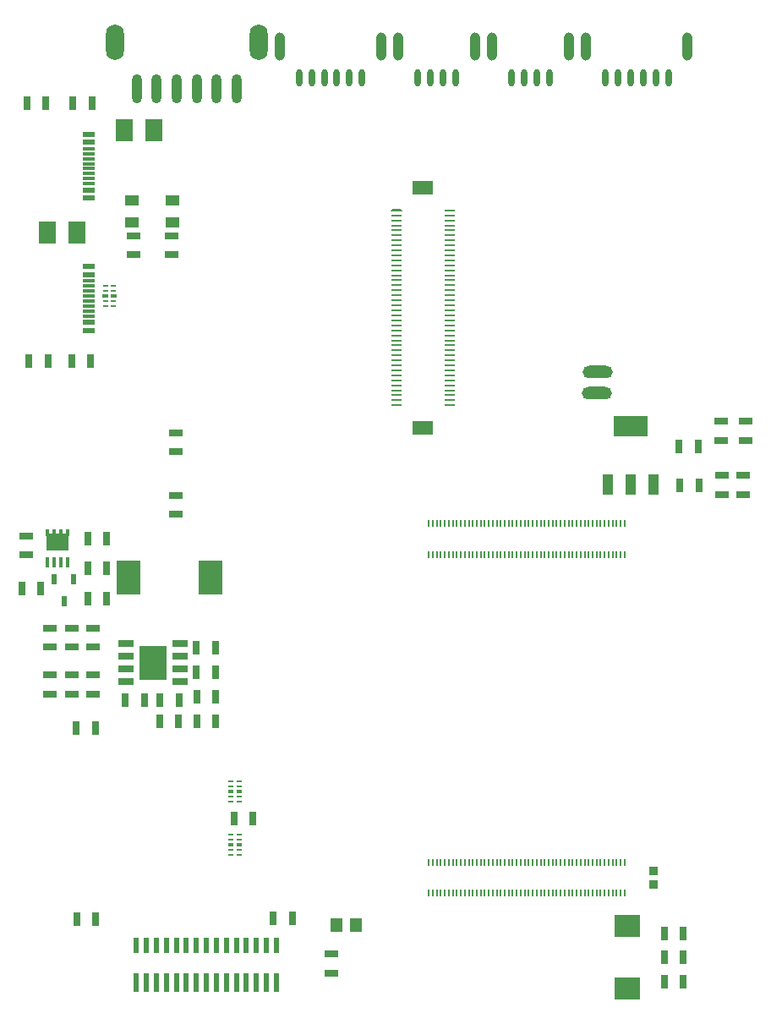
<source format=gtp>
G04*
G04 #@! TF.GenerationSoftware,Altium Limited,Altium Designer,23.4.1 (23)*
G04*
G04 Layer_Color=8421504*
%FSLAX44Y44*%
%MOMM*%
G71*
G04*
G04 #@! TF.SameCoordinates,A498DFDA-0769-4059-8707-A0DE4882B552*
G04*
G04*
G04 #@! TF.FilePolarity,Positive*
G04*
G01*
G75*
%ADD22R,1.4500X0.7000*%
%ADD23R,1.4501X1.0000*%
G04:AMPARAMS|DCode=24|XSize=1.016mm|YSize=2.921mm|CornerRadius=0.508mm|HoleSize=0mm|Usage=FLASHONLY|Rotation=180.000|XOffset=0mm|YOffset=0mm|HoleType=Round|Shape=RoundedRectangle|*
%AMROUNDEDRECTD24*
21,1,1.0160,1.9050,0,0,180.0*
21,1,0.0000,2.9210,0,0,180.0*
1,1,1.0160,0.0000,0.9525*
1,1,1.0160,0.0000,0.9525*
1,1,1.0160,0.0000,-0.9525*
1,1,1.0160,0.0000,-0.9525*
%
%ADD24ROUNDEDRECTD24*%
G04:AMPARAMS|DCode=25|XSize=3.6068mm|YSize=1.8034mm|CornerRadius=0.9017mm|HoleSize=0mm|Usage=FLASHONLY|Rotation=270.000|XOffset=0mm|YOffset=0mm|HoleType=Round|Shape=RoundedRectangle|*
%AMROUNDEDRECTD25*
21,1,3.6068,0.0000,0,0,270.0*
21,1,1.8034,1.8034,0,0,270.0*
1,1,1.8034,0.0000,-0.9017*
1,1,1.8034,0.0000,0.9017*
1,1,1.8034,0.0000,0.9017*
1,1,1.8034,0.0000,-0.9017*
%
%ADD25ROUNDEDRECTD25*%
%ADD26R,0.2000X0.7000*%
G04:AMPARAMS|DCode=27|XSize=0.254mm|YSize=1.1176mm|CornerRadius=0.127mm|HoleSize=0mm|Usage=FLASHONLY|Rotation=90.000|XOffset=0mm|YOffset=0mm|HoleType=Round|Shape=RoundedRectangle|*
%AMROUNDEDRECTD27*
21,1,0.2540,0.8636,0,0,90.0*
21,1,0.0000,1.1176,0,0,90.0*
1,1,0.2540,0.4318,0.0000*
1,1,0.2540,0.4318,0.0000*
1,1,0.2540,-0.4318,0.0000*
1,1,0.2540,-0.4318,0.0000*
%
%ADD27ROUNDEDRECTD27*%
%ADD28R,1.1176X0.2540*%
%ADD29R,2.1082X1.4224*%
%ADD30R,1.5250X0.6500*%
%ADD31R,2.7100X3.3500*%
G04:AMPARAMS|DCode=32|XSize=0.565mm|YSize=0.2mm|CornerRadius=0.05mm|HoleSize=0mm|Usage=FLASHONLY|Rotation=180.000|XOffset=0mm|YOffset=0mm|HoleType=Round|Shape=RoundedRectangle|*
%AMROUNDEDRECTD32*
21,1,0.5650,0.1000,0,0,180.0*
21,1,0.4650,0.2000,0,0,180.0*
1,1,0.1000,-0.2325,0.0500*
1,1,0.1000,0.2325,0.0500*
1,1,0.1000,0.2325,-0.0500*
1,1,0.1000,-0.2325,-0.0500*
%
%ADD32ROUNDEDRECTD32*%
%ADD33R,1.1500X0.6000*%
%ADD34R,1.1500X0.3000*%
%ADD35R,1.2850X1.4700*%
%ADD36R,1.8000X2.2300*%
%ADD37R,0.6000X1.1000*%
%ADD38R,0.4050X0.7600*%
%ADD39R,2.2350X1.7250*%
%ADD40R,0.4050X0.9900*%
G04:AMPARAMS|DCode=41|XSize=3.0226mm|YSize=1.27mm|CornerRadius=0.635mm|HoleSize=0mm|Usage=FLASHONLY|Rotation=0.000|XOffset=0mm|YOffset=0mm|HoleType=Round|Shape=RoundedRectangle|*
%AMROUNDEDRECTD41*
21,1,3.0226,0.0000,0,0,0.0*
21,1,1.7526,1.2700,0,0,0.0*
1,1,1.2700,0.8763,0.0000*
1,1,1.2700,-0.8763,0.0000*
1,1,1.2700,-0.8763,0.0000*
1,1,1.2700,0.8763,0.0000*
%
%ADD41ROUNDEDRECTD41*%
%ADD42R,2.5200X2.3100*%
%ADD43R,0.7000X1.4500*%
%ADD44R,2.4000X3.4000*%
G04:AMPARAMS|DCode=45|XSize=2.8194mm|YSize=1.016mm|CornerRadius=0.508mm|HoleSize=0mm|Usage=FLASHONLY|Rotation=270.000|XOffset=0mm|YOffset=0mm|HoleType=Round|Shape=RoundedRectangle|*
%AMROUNDEDRECTD45*
21,1,2.8194,0.0000,0,0,270.0*
21,1,1.8034,1.0160,0,0,270.0*
1,1,1.0160,0.0000,-0.9017*
1,1,1.0160,0.0000,0.9017*
1,1,1.0160,0.0000,0.9017*
1,1,1.0160,0.0000,-0.9017*
%
%ADD45ROUNDEDRECTD45*%
G04:AMPARAMS|DCode=46|XSize=0.6096mm|YSize=1.7018mm|CornerRadius=0.3048mm|HoleSize=0mm|Usage=FLASHONLY|Rotation=180.000|XOffset=0mm|YOffset=0mm|HoleType=Round|Shape=RoundedRectangle|*
%AMROUNDEDRECTD46*
21,1,0.6096,1.0922,0,0,180.0*
21,1,0.0000,1.7018,0,0,180.0*
1,1,0.6096,0.0000,0.5461*
1,1,0.6096,0.0000,0.5461*
1,1,0.6096,0.0000,-0.5461*
1,1,0.6096,0.0000,-0.5461*
%
%ADD46ROUNDEDRECTD46*%
%ADD47R,0.6000X1.8500*%
%ADD48R,0.6000X1.6500*%
%ADD49R,0.9500X0.8500*%
%ADD50R,3.3500X2.1500*%
%ADD51R,1.0000X2.1500*%
G36*
X151979Y764378D02*
X151999D01*
X152029Y764368D01*
X152049D01*
X152079Y764358D01*
X152099Y764348D01*
X152129Y764338D01*
X152149Y764318D01*
X152169Y764308D01*
X152189Y764288D01*
X152209Y764278D01*
X152229Y764258D01*
X152249Y764238D01*
X152269Y764218D01*
X152289Y764198D01*
X152299Y764178D01*
X152319Y764158D01*
X152329Y764138D01*
X152349Y764118D01*
X152359Y764088D01*
X152369Y764068D01*
X152379Y764038D01*
Y764018D01*
X152389Y763988D01*
Y763968D01*
X152399Y763938D01*
Y763918D01*
Y763888D01*
Y761288D01*
Y761258D01*
Y761238D01*
X152389Y761208D01*
Y761188D01*
X152379Y761158D01*
Y761138D01*
X152369Y761108D01*
X152359Y761088D01*
X152349Y761058D01*
X152329Y761038D01*
X152319Y761018D01*
X152299Y760998D01*
X152289Y760978D01*
X152269Y760958D01*
X152249Y760938D01*
X152229Y760918D01*
X152209Y760898D01*
X152189Y760888D01*
X152169Y760868D01*
X152149Y760858D01*
X152129Y760838D01*
X152099Y760828D01*
X152079Y760818D01*
X152049Y760808D01*
X152029D01*
X151999Y760798D01*
X151979D01*
X151949Y760788D01*
X147179D01*
X147149Y760798D01*
X147129D01*
X147099Y760808D01*
X147079D01*
X147049Y760818D01*
X147029Y760828D01*
X147009Y760838D01*
X146989Y760848D01*
X146969Y760868D01*
X146949Y760878D01*
X146929Y760898D01*
X146909Y760908D01*
X146889Y760928D01*
X146869Y760948D01*
X146859Y760968D01*
X146839Y760988D01*
X146829Y761008D01*
X146809Y761028D01*
X146799Y761048D01*
X146789Y761068D01*
X146779Y761088D01*
X146769Y761118D01*
Y761138D01*
X146759Y761168D01*
Y761188D01*
X146749Y761218D01*
Y761238D01*
Y761258D01*
Y763888D01*
Y763918D01*
Y763938D01*
X146759Y763968D01*
Y763988D01*
X146769Y764018D01*
Y764038D01*
X146779Y764068D01*
X146789Y764088D01*
X146799Y764118D01*
X146819Y764138D01*
X146829Y764158D01*
X146849Y764178D01*
X146859Y764198D01*
X146879Y764218D01*
X146899Y764238D01*
X146919Y764258D01*
X146939Y764278D01*
X146959Y764288D01*
X146979Y764308D01*
X146999Y764318D01*
X147019Y764338D01*
X147049Y764348D01*
X147069Y764358D01*
X147099Y764368D01*
X147119D01*
X147149Y764378D01*
X147169D01*
X147199Y764388D01*
X151949D01*
X151979Y764378D01*
D02*
G37*
G36*
X143629D02*
X143649D01*
X143679Y764368D01*
X143699D01*
X143729Y764358D01*
X143749Y764348D01*
X143779Y764338D01*
X143799Y764318D01*
X143819Y764308D01*
X143839Y764288D01*
X143859Y764278D01*
X143879Y764258D01*
X143899Y764238D01*
X143919Y764218D01*
X143939Y764198D01*
X143949Y764178D01*
X143969Y764158D01*
X143979Y764138D01*
X143999Y764118D01*
X144009Y764088D01*
X144019Y764068D01*
X144029Y764038D01*
Y764018D01*
X144039Y763988D01*
Y763968D01*
X144049Y763938D01*
Y763918D01*
Y763888D01*
Y761288D01*
Y761258D01*
Y761238D01*
X144039Y761208D01*
Y761188D01*
X144029Y761158D01*
Y761138D01*
X144019Y761108D01*
X144009Y761088D01*
X143999Y761058D01*
X143979Y761038D01*
X143969Y761018D01*
X143949Y760998D01*
X143939Y760978D01*
X143919Y760958D01*
X143899Y760938D01*
X143879Y760918D01*
X143859Y760898D01*
X143839Y760888D01*
X143819Y760868D01*
X143799Y760858D01*
X143779Y760838D01*
X143749Y760828D01*
X143729Y760818D01*
X143699Y760808D01*
X143679D01*
X143649Y760798D01*
X143629D01*
X143599Y760788D01*
X138829D01*
X138799Y760798D01*
X138779D01*
X138749Y760808D01*
X138729D01*
X138699Y760818D01*
X138679Y760828D01*
X138659Y760838D01*
X138639Y760848D01*
X138619Y760868D01*
X138599Y760878D01*
X138579Y760898D01*
X138559Y760908D01*
X138539Y760928D01*
X138519Y760948D01*
X138509Y760968D01*
X138489Y760988D01*
X138479Y761008D01*
X138459Y761028D01*
X138449Y761048D01*
X138439Y761068D01*
X138429Y761088D01*
X138419Y761118D01*
Y761138D01*
X138409Y761168D01*
Y761188D01*
X138399Y761218D01*
Y761238D01*
Y761258D01*
Y763888D01*
Y763918D01*
Y763938D01*
X138409Y763968D01*
Y763988D01*
X138419Y764018D01*
Y764038D01*
X138429Y764068D01*
X138439Y764088D01*
X138449Y764118D01*
X138469Y764138D01*
X138479Y764158D01*
X138499Y764178D01*
X138509Y764198D01*
X138529Y764218D01*
X138549Y764238D01*
X138569Y764258D01*
X138589Y764278D01*
X138609Y764288D01*
X138629Y764308D01*
X138649Y764318D01*
X138669Y764338D01*
X138699Y764348D01*
X138719Y764358D01*
X138749Y764368D01*
X138769D01*
X138799Y764378D01*
X138819D01*
X138849Y764388D01*
X143599D01*
X143629Y764378D01*
D02*
G37*
G36*
X277734Y268029D02*
X277754D01*
X277784Y268019D01*
X277804D01*
X277834Y268009D01*
X277854Y267999D01*
X277884Y267989D01*
X277904Y267969D01*
X277924Y267959D01*
X277944Y267939D01*
X277964Y267929D01*
X277984Y267909D01*
X278004Y267889D01*
X278024Y267869D01*
X278044Y267849D01*
X278054Y267829D01*
X278074Y267809D01*
X278084Y267789D01*
X278104Y267769D01*
X278114Y267739D01*
X278124Y267719D01*
X278134Y267689D01*
Y267669D01*
X278144Y267639D01*
Y267619D01*
X278154Y267589D01*
Y267569D01*
Y267539D01*
Y264939D01*
Y264909D01*
Y264889D01*
X278144Y264859D01*
Y264839D01*
X278134Y264809D01*
Y264789D01*
X278124Y264759D01*
X278114Y264739D01*
X278104Y264709D01*
X278084Y264689D01*
X278074Y264669D01*
X278054Y264649D01*
X278044Y264629D01*
X278024Y264609D01*
X278004Y264589D01*
X277984Y264569D01*
X277964Y264549D01*
X277944Y264539D01*
X277924Y264519D01*
X277904Y264509D01*
X277884Y264489D01*
X277854Y264479D01*
X277834Y264469D01*
X277804Y264459D01*
X277784D01*
X277754Y264449D01*
X277734D01*
X277704Y264439D01*
X272934D01*
X272904Y264449D01*
X272884D01*
X272854Y264459D01*
X272834D01*
X272804Y264469D01*
X272784Y264479D01*
X272764Y264489D01*
X272744Y264499D01*
X272724Y264519D01*
X272704Y264529D01*
X272684Y264549D01*
X272664Y264559D01*
X272644Y264579D01*
X272624Y264599D01*
X272614Y264619D01*
X272594Y264639D01*
X272584Y264659D01*
X272564Y264679D01*
X272554Y264699D01*
X272544Y264719D01*
X272534Y264739D01*
X272524Y264769D01*
Y264789D01*
X272514Y264819D01*
Y264839D01*
X272504Y264869D01*
Y264889D01*
Y264909D01*
Y267539D01*
Y267569D01*
Y267589D01*
X272514Y267619D01*
Y267639D01*
X272524Y267669D01*
Y267689D01*
X272534Y267719D01*
X272544Y267739D01*
X272554Y267769D01*
X272574Y267789D01*
X272584Y267809D01*
X272604Y267829D01*
X272614Y267849D01*
X272634Y267869D01*
X272654Y267889D01*
X272674Y267909D01*
X272694Y267929D01*
X272714Y267939D01*
X272734Y267959D01*
X272754Y267969D01*
X272774Y267989D01*
X272804Y267999D01*
X272824Y268009D01*
X272854Y268019D01*
X272874D01*
X272904Y268029D01*
X272924D01*
X272954Y268039D01*
X277704D01*
X277734Y268029D01*
D02*
G37*
G36*
X269384D02*
X269404D01*
X269434Y268019D01*
X269454D01*
X269484Y268009D01*
X269504Y267999D01*
X269534Y267989D01*
X269554Y267969D01*
X269574Y267959D01*
X269594Y267939D01*
X269614Y267929D01*
X269634Y267909D01*
X269654Y267889D01*
X269674Y267869D01*
X269694Y267849D01*
X269704Y267829D01*
X269724Y267809D01*
X269734Y267789D01*
X269754Y267769D01*
X269764Y267739D01*
X269774Y267719D01*
X269784Y267689D01*
Y267669D01*
X269794Y267639D01*
Y267619D01*
X269804Y267589D01*
Y267569D01*
Y267539D01*
Y264939D01*
Y264909D01*
Y264889D01*
X269794Y264859D01*
Y264839D01*
X269784Y264809D01*
Y264789D01*
X269774Y264759D01*
X269764Y264739D01*
X269754Y264709D01*
X269734Y264689D01*
X269724Y264669D01*
X269704Y264649D01*
X269694Y264629D01*
X269674Y264609D01*
X269654Y264589D01*
X269634Y264569D01*
X269614Y264549D01*
X269594Y264539D01*
X269574Y264519D01*
X269554Y264509D01*
X269534Y264489D01*
X269504Y264479D01*
X269484Y264469D01*
X269454Y264459D01*
X269434D01*
X269404Y264449D01*
X269384D01*
X269354Y264439D01*
X264584D01*
X264554Y264449D01*
X264534D01*
X264504Y264459D01*
X264484D01*
X264454Y264469D01*
X264434Y264479D01*
X264414Y264489D01*
X264394Y264499D01*
X264374Y264519D01*
X264354Y264529D01*
X264334Y264549D01*
X264314Y264559D01*
X264294Y264579D01*
X264274Y264599D01*
X264264Y264619D01*
X264244Y264639D01*
X264234Y264659D01*
X264214Y264679D01*
X264204Y264699D01*
X264194Y264719D01*
X264184Y264739D01*
X264174Y264769D01*
Y264789D01*
X264164Y264819D01*
Y264839D01*
X264154Y264869D01*
Y264889D01*
Y264909D01*
Y267539D01*
Y267569D01*
Y267589D01*
X264164Y267619D01*
Y267639D01*
X264174Y267669D01*
Y267689D01*
X264184Y267719D01*
X264194Y267739D01*
X264204Y267769D01*
X264224Y267789D01*
X264234Y267809D01*
X264254Y267829D01*
X264264Y267849D01*
X264284Y267869D01*
X264304Y267889D01*
X264324Y267909D01*
X264344Y267929D01*
X264364Y267939D01*
X264384Y267959D01*
X264404Y267969D01*
X264424Y267989D01*
X264454Y267999D01*
X264474Y268009D01*
X264504Y268019D01*
X264524D01*
X264554Y268029D01*
X264574D01*
X264604Y268039D01*
X269354D01*
X269384Y268029D01*
D02*
G37*
G36*
X277734Y214729D02*
X277754D01*
X277784Y214719D01*
X277804D01*
X277834Y214709D01*
X277854Y214699D01*
X277884Y214689D01*
X277904Y214669D01*
X277924Y214659D01*
X277944Y214639D01*
X277964Y214629D01*
X277984Y214609D01*
X278004Y214589D01*
X278024Y214569D01*
X278044Y214549D01*
X278054Y214529D01*
X278074Y214509D01*
X278084Y214489D01*
X278104Y214469D01*
X278114Y214439D01*
X278124Y214419D01*
X278134Y214389D01*
Y214369D01*
X278144Y214339D01*
Y214319D01*
X278154Y214289D01*
Y214269D01*
Y214239D01*
Y211639D01*
Y211609D01*
Y211589D01*
X278144Y211559D01*
Y211539D01*
X278134Y211509D01*
Y211489D01*
X278124Y211459D01*
X278114Y211439D01*
X278104Y211409D01*
X278084Y211389D01*
X278074Y211369D01*
X278054Y211349D01*
X278044Y211329D01*
X278024Y211309D01*
X278004Y211289D01*
X277984Y211269D01*
X277964Y211249D01*
X277944Y211239D01*
X277924Y211219D01*
X277904Y211209D01*
X277884Y211189D01*
X277854Y211179D01*
X277834Y211169D01*
X277804Y211159D01*
X277784D01*
X277754Y211149D01*
X277734D01*
X277704Y211139D01*
X272934D01*
X272904Y211149D01*
X272884D01*
X272854Y211159D01*
X272834D01*
X272804Y211169D01*
X272784Y211179D01*
X272764Y211189D01*
X272744Y211199D01*
X272724Y211219D01*
X272704Y211229D01*
X272684Y211249D01*
X272664Y211259D01*
X272644Y211279D01*
X272624Y211299D01*
X272614Y211319D01*
X272594Y211339D01*
X272584Y211359D01*
X272564Y211379D01*
X272554Y211399D01*
X272544Y211419D01*
X272534Y211439D01*
X272524Y211469D01*
Y211489D01*
X272514Y211519D01*
Y211539D01*
X272504Y211569D01*
Y211589D01*
Y211609D01*
Y214239D01*
Y214269D01*
Y214289D01*
X272514Y214319D01*
Y214339D01*
X272524Y214369D01*
Y214389D01*
X272534Y214419D01*
X272544Y214439D01*
X272554Y214469D01*
X272574Y214489D01*
X272584Y214509D01*
X272604Y214529D01*
X272614Y214549D01*
X272634Y214569D01*
X272654Y214589D01*
X272674Y214609D01*
X272694Y214629D01*
X272714Y214639D01*
X272734Y214659D01*
X272754Y214669D01*
X272774Y214689D01*
X272804Y214699D01*
X272824Y214709D01*
X272854Y214719D01*
X272874D01*
X272904Y214729D01*
X272924D01*
X272954Y214739D01*
X277704D01*
X277734Y214729D01*
D02*
G37*
G36*
X269384D02*
X269404D01*
X269434Y214719D01*
X269454D01*
X269484Y214709D01*
X269504Y214699D01*
X269534Y214689D01*
X269554Y214669D01*
X269574Y214659D01*
X269594Y214639D01*
X269614Y214629D01*
X269634Y214609D01*
X269654Y214589D01*
X269674Y214569D01*
X269694Y214549D01*
X269704Y214529D01*
X269724Y214509D01*
X269734Y214489D01*
X269754Y214469D01*
X269764Y214439D01*
X269774Y214419D01*
X269784Y214389D01*
Y214369D01*
X269794Y214339D01*
Y214319D01*
X269804Y214289D01*
Y214269D01*
Y214239D01*
Y211639D01*
Y211609D01*
Y211589D01*
X269794Y211559D01*
Y211539D01*
X269784Y211509D01*
Y211489D01*
X269774Y211459D01*
X269764Y211439D01*
X269754Y211409D01*
X269734Y211389D01*
X269724Y211369D01*
X269704Y211349D01*
X269694Y211329D01*
X269674Y211309D01*
X269654Y211289D01*
X269634Y211269D01*
X269614Y211249D01*
X269594Y211239D01*
X269574Y211219D01*
X269554Y211209D01*
X269534Y211189D01*
X269504Y211179D01*
X269484Y211169D01*
X269454Y211159D01*
X269434D01*
X269404Y211149D01*
X269384D01*
X269354Y211139D01*
X264584D01*
X264554Y211149D01*
X264534D01*
X264504Y211159D01*
X264484D01*
X264454Y211169D01*
X264434Y211179D01*
X264414Y211189D01*
X264394Y211199D01*
X264374Y211219D01*
X264354Y211229D01*
X264334Y211249D01*
X264314Y211259D01*
X264294Y211279D01*
X264274Y211299D01*
X264264Y211319D01*
X264244Y211339D01*
X264234Y211359D01*
X264214Y211379D01*
X264204Y211399D01*
X264194Y211419D01*
X264184Y211439D01*
X264174Y211469D01*
Y211489D01*
X264164Y211519D01*
Y211539D01*
X264154Y211569D01*
Y211589D01*
Y211609D01*
Y214239D01*
Y214269D01*
Y214289D01*
X264164Y214319D01*
Y214339D01*
X264174Y214369D01*
Y214389D01*
X264184Y214419D01*
X264194Y214439D01*
X264204Y214469D01*
X264224Y214489D01*
X264234Y214509D01*
X264254Y214529D01*
X264264Y214549D01*
X264284Y214569D01*
X264304Y214589D01*
X264324Y214609D01*
X264344Y214629D01*
X264364Y214639D01*
X264384Y214659D01*
X264404Y214669D01*
X264424Y214689D01*
X264454Y214699D01*
X264474Y214709D01*
X264504Y214719D01*
X264524D01*
X264554Y214729D01*
X264574D01*
X264604Y214739D01*
X269354D01*
X269384Y214729D01*
D02*
G37*
D22*
X86031Y429800D02*
D03*
Y410800D02*
D03*
X207585Y822963D02*
D03*
Y803963D02*
D03*
X758052Y617914D02*
D03*
Y636914D02*
D03*
X782441Y618141D02*
D03*
Y637141D02*
D03*
X780167Y563871D02*
D03*
Y582871D02*
D03*
X758644D02*
D03*
Y563871D02*
D03*
X169291Y803963D02*
D03*
Y822963D02*
D03*
X368046Y84632D02*
D03*
Y103632D02*
D03*
X211612Y606636D02*
D03*
Y625636D02*
D03*
X61983Y503207D02*
D03*
Y522207D02*
D03*
X129178Y410800D02*
D03*
Y429800D02*
D03*
X107605Y410800D02*
D03*
Y429800D02*
D03*
Y382861D02*
D03*
Y363861D02*
D03*
X86031Y382861D02*
D03*
Y363861D02*
D03*
X129178Y382861D02*
D03*
Y363861D02*
D03*
X211612Y544114D02*
D03*
Y563114D02*
D03*
D23*
X168130Y836580D02*
D03*
Y858579D02*
D03*
X208630Y836580D02*
D03*
Y858579D02*
D03*
D24*
X172631Y969962D02*
D03*
X192631D02*
D03*
X212631D02*
D03*
X232791D02*
D03*
X252857D02*
D03*
X272669D02*
D03*
D25*
X150631Y1016462D02*
D03*
X294767D02*
D03*
D26*
X661245Y534716D02*
D03*
Y503916D02*
D03*
X657245Y534716D02*
D03*
Y503916D02*
D03*
X653245Y534716D02*
D03*
Y503916D02*
D03*
X649245Y534716D02*
D03*
Y503916D02*
D03*
X645245Y534716D02*
D03*
Y503916D02*
D03*
X641245Y534716D02*
D03*
Y503916D02*
D03*
X637245Y534716D02*
D03*
Y503916D02*
D03*
X633245Y534716D02*
D03*
Y503916D02*
D03*
X629245Y534716D02*
D03*
Y503916D02*
D03*
X625245Y534716D02*
D03*
Y503916D02*
D03*
X621245Y534716D02*
D03*
Y503916D02*
D03*
X617245Y534716D02*
D03*
Y503916D02*
D03*
X613245Y534716D02*
D03*
Y503916D02*
D03*
X609245Y534716D02*
D03*
Y503916D02*
D03*
X605245Y534716D02*
D03*
Y503916D02*
D03*
X601245Y534716D02*
D03*
Y503916D02*
D03*
X597245Y534716D02*
D03*
Y503916D02*
D03*
X593245Y534716D02*
D03*
Y503916D02*
D03*
X589245Y534716D02*
D03*
Y503916D02*
D03*
X585245Y534716D02*
D03*
Y503916D02*
D03*
X581245Y534716D02*
D03*
Y503916D02*
D03*
X577245Y534716D02*
D03*
Y503916D02*
D03*
X573245Y534716D02*
D03*
Y503916D02*
D03*
X569245Y534716D02*
D03*
Y503916D02*
D03*
X565245Y534716D02*
D03*
Y503916D02*
D03*
X561245Y534716D02*
D03*
Y503916D02*
D03*
X557245Y534716D02*
D03*
Y503916D02*
D03*
X553245Y534716D02*
D03*
Y503916D02*
D03*
X549245Y534716D02*
D03*
Y503916D02*
D03*
X545245Y534716D02*
D03*
Y503916D02*
D03*
X541245Y534716D02*
D03*
Y503916D02*
D03*
X537245Y534716D02*
D03*
Y503916D02*
D03*
X533245Y534716D02*
D03*
Y503916D02*
D03*
X529245Y534716D02*
D03*
Y503916D02*
D03*
X525245Y534716D02*
D03*
Y503916D02*
D03*
X521245Y534716D02*
D03*
Y503916D02*
D03*
X517245Y534716D02*
D03*
Y503916D02*
D03*
X513245Y534716D02*
D03*
Y503916D02*
D03*
X509245Y534716D02*
D03*
Y503916D02*
D03*
X505245Y534716D02*
D03*
Y503916D02*
D03*
X501245Y534716D02*
D03*
Y503916D02*
D03*
X497245Y534716D02*
D03*
Y503916D02*
D03*
X493245Y534716D02*
D03*
Y503916D02*
D03*
X489245Y534716D02*
D03*
Y503916D02*
D03*
X485245Y534716D02*
D03*
Y503916D02*
D03*
X481245Y534716D02*
D03*
Y503916D02*
D03*
X477245Y534716D02*
D03*
Y503916D02*
D03*
X473245Y534716D02*
D03*
Y503916D02*
D03*
X469245Y534716D02*
D03*
Y503916D02*
D03*
X465245Y534716D02*
D03*
Y503916D02*
D03*
X661245Y195516D02*
D03*
Y164716D02*
D03*
X657245Y195516D02*
D03*
Y164716D02*
D03*
X653245Y195516D02*
D03*
Y164716D02*
D03*
X649245Y195516D02*
D03*
Y164716D02*
D03*
X645245Y195516D02*
D03*
Y164716D02*
D03*
X641245Y195516D02*
D03*
Y164716D02*
D03*
X637245Y195516D02*
D03*
Y164716D02*
D03*
X633245Y195516D02*
D03*
Y164716D02*
D03*
X629245Y195516D02*
D03*
Y164716D02*
D03*
X625245Y195516D02*
D03*
Y164716D02*
D03*
X621245Y195516D02*
D03*
Y164716D02*
D03*
X617245Y195516D02*
D03*
Y164716D02*
D03*
X613245Y195516D02*
D03*
Y164716D02*
D03*
X609245Y195516D02*
D03*
Y164716D02*
D03*
X605245Y195516D02*
D03*
Y164716D02*
D03*
X601245Y195516D02*
D03*
Y164716D02*
D03*
X597245Y195516D02*
D03*
Y164716D02*
D03*
X593245Y195516D02*
D03*
Y164716D02*
D03*
X589245Y195516D02*
D03*
Y164716D02*
D03*
X585245Y195516D02*
D03*
Y164716D02*
D03*
X581245Y195516D02*
D03*
Y164716D02*
D03*
X577245Y195516D02*
D03*
Y164716D02*
D03*
X573245Y195516D02*
D03*
Y164716D02*
D03*
X569245Y195516D02*
D03*
Y164716D02*
D03*
X565245Y195516D02*
D03*
Y164716D02*
D03*
X561245Y195516D02*
D03*
Y164716D02*
D03*
X557245Y195516D02*
D03*
Y164716D02*
D03*
X553245Y195516D02*
D03*
Y164716D02*
D03*
X549245Y195516D02*
D03*
Y164716D02*
D03*
X545245Y195516D02*
D03*
Y164716D02*
D03*
X541245Y195516D02*
D03*
Y164716D02*
D03*
X537245Y195516D02*
D03*
Y164716D02*
D03*
X533245Y195516D02*
D03*
Y164716D02*
D03*
X529245Y195516D02*
D03*
Y164716D02*
D03*
X525245Y195516D02*
D03*
Y164716D02*
D03*
X521245Y195516D02*
D03*
Y164716D02*
D03*
X517245Y195516D02*
D03*
Y164716D02*
D03*
X513245Y195516D02*
D03*
Y164716D02*
D03*
X509245Y195516D02*
D03*
Y164716D02*
D03*
X505245Y195516D02*
D03*
Y164716D02*
D03*
X501245Y195516D02*
D03*
Y164716D02*
D03*
X497245Y195516D02*
D03*
Y164716D02*
D03*
X493245Y195516D02*
D03*
Y164716D02*
D03*
X489245Y195516D02*
D03*
Y164716D02*
D03*
X485245Y195516D02*
D03*
Y164716D02*
D03*
X481245Y195516D02*
D03*
Y164716D02*
D03*
X477245Y195516D02*
D03*
Y164716D02*
D03*
X473245Y195516D02*
D03*
Y164716D02*
D03*
X469245Y195516D02*
D03*
Y164716D02*
D03*
X465245Y195516D02*
D03*
Y164716D02*
D03*
D27*
X432681Y848141D02*
D03*
D28*
Y843315D02*
D03*
Y838235D02*
D03*
Y833155D02*
D03*
Y828329D02*
D03*
Y823249D02*
D03*
Y818169D02*
D03*
Y813343D02*
D03*
Y808263D02*
D03*
Y803183D02*
D03*
Y798357D02*
D03*
Y793277D02*
D03*
Y788197D02*
D03*
Y783117D02*
D03*
Y778291D02*
D03*
Y773211D02*
D03*
Y768131D02*
D03*
Y763305D02*
D03*
Y758225D02*
D03*
Y753145D02*
D03*
Y748105D02*
D03*
Y743105D02*
D03*
Y738105D02*
D03*
Y733105D02*
D03*
Y728105D02*
D03*
Y723105D02*
D03*
Y718105D02*
D03*
Y713105D02*
D03*
Y708105D02*
D03*
Y703105D02*
D03*
X485850Y848141D02*
D03*
Y843315D02*
D03*
Y838235D02*
D03*
Y833155D02*
D03*
Y828329D02*
D03*
Y823249D02*
D03*
Y818169D02*
D03*
Y813343D02*
D03*
Y808263D02*
D03*
Y803183D02*
D03*
Y798357D02*
D03*
Y793277D02*
D03*
Y788197D02*
D03*
Y783117D02*
D03*
Y778291D02*
D03*
Y773211D02*
D03*
Y768131D02*
D03*
Y763305D02*
D03*
Y758225D02*
D03*
Y753145D02*
D03*
Y748105D02*
D03*
Y743105D02*
D03*
Y738105D02*
D03*
Y733105D02*
D03*
Y728105D02*
D03*
Y723105D02*
D03*
Y718105D02*
D03*
Y713105D02*
D03*
Y708105D02*
D03*
Y703105D02*
D03*
X432681Y698105D02*
D03*
X485850D02*
D03*
X432681Y693105D02*
D03*
X485850D02*
D03*
X432681Y688105D02*
D03*
X485850D02*
D03*
X432681Y683105D02*
D03*
X485850D02*
D03*
X432681Y678105D02*
D03*
X485850D02*
D03*
X432681Y673105D02*
D03*
X485850D02*
D03*
X432681Y668105D02*
D03*
X485850D02*
D03*
X432681Y663105D02*
D03*
X485850D02*
D03*
X432681Y658105D02*
D03*
X485850D02*
D03*
X432681Y653105D02*
D03*
X485850D02*
D03*
D29*
X459351Y630605D02*
D03*
Y870747D02*
D03*
D30*
X162140Y414291D02*
D03*
Y401591D02*
D03*
Y388891D02*
D03*
Y376191D02*
D03*
X215900D02*
D03*
Y388891D02*
D03*
Y401591D02*
D03*
Y414291D02*
D03*
D31*
X189020Y395241D02*
D03*
D32*
X141224Y752588D02*
D03*
Y757588D02*
D03*
Y767588D02*
D03*
Y772588D02*
D03*
X149574D02*
D03*
Y767588D02*
D03*
Y757588D02*
D03*
Y752588D02*
D03*
X266979Y202939D02*
D03*
Y207939D02*
D03*
Y217939D02*
D03*
Y222939D02*
D03*
X275329D02*
D03*
Y217939D02*
D03*
Y207939D02*
D03*
Y202939D02*
D03*
X266979Y256239D02*
D03*
Y261239D02*
D03*
Y271239D02*
D03*
Y276239D02*
D03*
X275329D02*
D03*
Y271239D02*
D03*
Y261239D02*
D03*
Y256239D02*
D03*
D33*
X124253Y924529D02*
D03*
Y860529D02*
D03*
Y916529D02*
D03*
Y868529D02*
D03*
Y792118D02*
D03*
Y728118D02*
D03*
Y784118D02*
D03*
Y736118D02*
D03*
D34*
Y890029D02*
D03*
Y895029D02*
D03*
Y885029D02*
D03*
Y880029D02*
D03*
Y875029D02*
D03*
Y900029D02*
D03*
Y905029D02*
D03*
Y910029D02*
D03*
Y757618D02*
D03*
Y762618D02*
D03*
Y752618D02*
D03*
Y747618D02*
D03*
Y742618D02*
D03*
Y767618D02*
D03*
Y772618D02*
D03*
Y777618D02*
D03*
D35*
X373048Y132334D02*
D03*
X392508D02*
D03*
D36*
X83268Y826405D02*
D03*
X112468D02*
D03*
X189568Y928603D02*
D03*
X160368D02*
D03*
D37*
X109251Y478779D02*
D03*
X90252D02*
D03*
X99752Y456780D02*
D03*
D38*
X83510Y525907D02*
D03*
X90110D02*
D03*
X96710D02*
D03*
X103310D02*
D03*
D39*
X93410Y515982D02*
D03*
D40*
X103310Y496057D02*
D03*
X96710D02*
D03*
X90110D02*
D03*
X83510D02*
D03*
D41*
X634500Y686000D02*
D03*
X633500Y665174D02*
D03*
D42*
X663687Y131565D02*
D03*
Y69565D02*
D03*
D43*
X123553Y519339D02*
D03*
X142553D02*
D03*
Y489559D02*
D03*
X123553D02*
D03*
X251647Y361365D02*
D03*
X232647D02*
D03*
X232507Y385687D02*
D03*
X251507D02*
D03*
X215052Y358137D02*
D03*
X196052D02*
D03*
X131064Y329946D02*
D03*
X112064D02*
D03*
X112830Y138430D02*
D03*
X131830D02*
D03*
X83743Y697055D02*
D03*
X64743D02*
D03*
X126630D02*
D03*
X107630D02*
D03*
X108797Y955721D02*
D03*
X127797D02*
D03*
X62884D02*
D03*
X81884D02*
D03*
X309548Y139510D02*
D03*
X328548D02*
D03*
X57660Y469780D02*
D03*
X76660D02*
D03*
X123553Y459780D02*
D03*
X142553D02*
D03*
X251732Y337042D02*
D03*
X232732D02*
D03*
X701242Y124514D02*
D03*
X720242D02*
D03*
X701242Y100332D02*
D03*
X720242D02*
D03*
X701242Y76150D02*
D03*
X720242D02*
D03*
X214630Y336550D02*
D03*
X195630D02*
D03*
X161230Y358111D02*
D03*
X180230D02*
D03*
X251408Y410010D02*
D03*
X232408D02*
D03*
X716863Y572871D02*
D03*
X735863D02*
D03*
X715900Y611785D02*
D03*
X734900D02*
D03*
X289154Y239589D02*
D03*
X270154D02*
D03*
D44*
X164727Y481032D02*
D03*
X246728D02*
D03*
D45*
X417592Y1012595D02*
D03*
X316042D02*
D03*
X724415D02*
D03*
X622865D02*
D03*
X511486D02*
D03*
X434882D02*
D03*
X605384D02*
D03*
X528780D02*
D03*
D46*
X398288Y981095D02*
D03*
X385588D02*
D03*
X373142D02*
D03*
X360542D02*
D03*
X348042D02*
D03*
X335542D02*
D03*
X705111D02*
D03*
X692411D02*
D03*
X679965D02*
D03*
X667365D02*
D03*
X654865D02*
D03*
X642365D02*
D03*
X491928D02*
D03*
X479482D02*
D03*
X466882D02*
D03*
X454382D02*
D03*
X585826D02*
D03*
X573380D02*
D03*
X560780D02*
D03*
X548280D02*
D03*
D47*
X172418Y75159D02*
D03*
X182418D02*
D03*
X192418D02*
D03*
X202418D02*
D03*
X212418D02*
D03*
X222418D02*
D03*
X232418D02*
D03*
X242418D02*
D03*
X252418D02*
D03*
X262418D02*
D03*
X272418D02*
D03*
X282418D02*
D03*
X292418D02*
D03*
X302418D02*
D03*
X312418D02*
D03*
D48*
X172418Y112659D02*
D03*
X182418D02*
D03*
X192418D02*
D03*
X202418D02*
D03*
X212418D02*
D03*
X222418D02*
D03*
X232418D02*
D03*
X242418D02*
D03*
X252418D02*
D03*
X262418D02*
D03*
X272418D02*
D03*
X282418D02*
D03*
X292418D02*
D03*
X302418D02*
D03*
X312418D02*
D03*
D49*
X689935Y186598D02*
D03*
Y173598D02*
D03*
D50*
X667318Y632168D02*
D03*
D51*
X690318Y573668D02*
D03*
X667318D02*
D03*
X644318D02*
D03*
M02*

</source>
